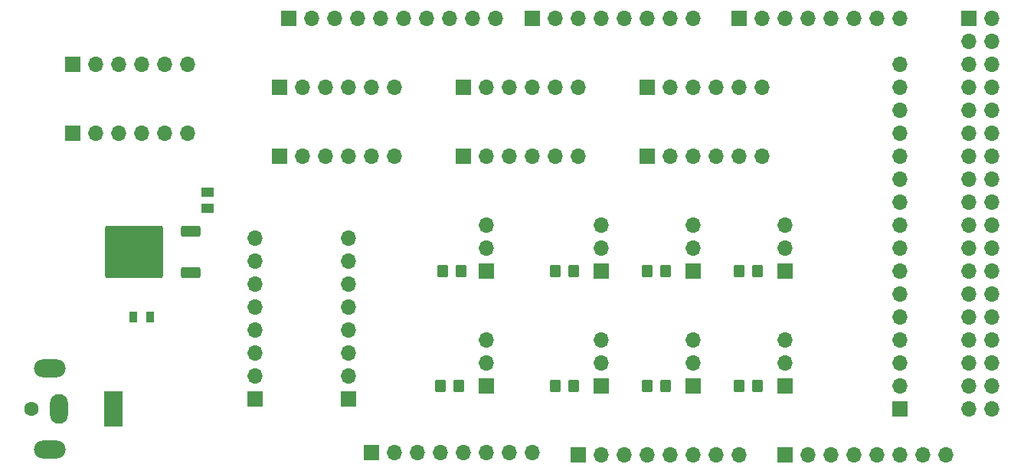
<source format=gbr>
%TF.GenerationSoftware,KiCad,Pcbnew,(7.0.0)*%
%TF.CreationDate,2023-03-13T14:58:07-04:00*%
%TF.ProjectId,warmingTray_v2,7761726d-696e-4675-9472-61795f76322e,rev?*%
%TF.SameCoordinates,Original*%
%TF.FileFunction,Soldermask,Top*%
%TF.FilePolarity,Negative*%
%FSLAX46Y46*%
G04 Gerber Fmt 4.6, Leading zero omitted, Abs format (unit mm)*
G04 Created by KiCad (PCBNEW (7.0.0)) date 2023-03-13 14:58:07*
%MOMM*%
%LPD*%
G01*
G04 APERTURE LIST*
G04 Aperture macros list*
%AMRoundRect*
0 Rectangle with rounded corners*
0 $1 Rounding radius*
0 $2 $3 $4 $5 $6 $7 $8 $9 X,Y pos of 4 corners*
0 Add a 4 corners polygon primitive as box body*
4,1,4,$2,$3,$4,$5,$6,$7,$8,$9,$2,$3,0*
0 Add four circle primitives for the rounded corners*
1,1,$1+$1,$2,$3*
1,1,$1+$1,$4,$5*
1,1,$1+$1,$6,$7*
1,1,$1+$1,$8,$9*
0 Add four rect primitives between the rounded corners*
20,1,$1+$1,$2,$3,$4,$5,0*
20,1,$1+$1,$4,$5,$6,$7,0*
20,1,$1+$1,$6,$7,$8,$9,0*
20,1,$1+$1,$8,$9,$2,$3,0*%
G04 Aperture macros list end*
%ADD10RoundRect,0.250000X0.350000X0.450000X-0.350000X0.450000X-0.350000X-0.450000X0.350000X-0.450000X0*%
%ADD11R,1.700000X1.700000*%
%ADD12O,1.700000X1.700000*%
%ADD13RoundRect,0.250000X0.850000X0.350000X-0.850000X0.350000X-0.850000X-0.350000X0.850000X-0.350000X0*%
%ADD14RoundRect,0.249997X2.950003X2.650003X-2.950003X2.650003X-2.950003X-2.650003X2.950003X-2.650003X0*%
%ADD15R,1.346200X1.066800*%
%ADD16R,0.855600X1.250000*%
%ADD17C,1.600000*%
%ADD18R,2.000000X4.000000*%
%ADD19O,2.000000X3.300000*%
%ADD20O,3.500000X2.000000*%
G04 APERTURE END LIST*
D10*
%TO.C,R5*%
X151876000Y-111760000D03*
X149876000Y-111760000D03*
%TD*%
D11*
%TO.C,PAD5-1*%
X129412999Y-113156999D03*
D12*
X129412999Y-110616999D03*
X129412999Y-108076999D03*
X129412999Y-105536999D03*
X129412999Y-102996999D03*
X129412999Y-100456999D03*
X129412999Y-97916999D03*
X129412999Y-95376999D03*
%TD*%
D11*
%TO.C,P1*%
X142239999Y-119125999D03*
D12*
X144779999Y-119125999D03*
X147319999Y-119125999D03*
X149859999Y-119125999D03*
X152399999Y-119125999D03*
X154939999Y-119125999D03*
X157479999Y-119125999D03*
X160019999Y-119125999D03*
%TD*%
D11*
%TO.C,TR4*%
X187959999Y-99059999D03*
D12*
X187959999Y-96519999D03*
X187959999Y-93979999D03*
%TD*%
D11*
%TO.C,TR6*%
X167639999Y-111759999D03*
D12*
X167639999Y-109219999D03*
X167639999Y-106679999D03*
%TD*%
D13*
%TO.C,5VReg1*%
X122275000Y-99195000D03*
D14*
X115975000Y-96915000D03*
D13*
X122275000Y-94635000D03*
%TD*%
D11*
%TO.C,BO5*%
X109219999Y-83819999D03*
D12*
X111759999Y-83819999D03*
X114299999Y-83819999D03*
X116839999Y-83819999D03*
X119379999Y-83819999D03*
X121919999Y-83819999D03*
%TD*%
D11*
%TO.C,TR5*%
X154939999Y-111759999D03*
D12*
X154939999Y-109219999D03*
X154939999Y-106679999D03*
%TD*%
D11*
%TO.C,BO8*%
X172719999Y-86359999D03*
D12*
X175259999Y-86359999D03*
X177799999Y-86359999D03*
X180339999Y-86359999D03*
X182879999Y-86359999D03*
X185419999Y-86359999D03*
%TD*%
D11*
%TO.C,BO3*%
X152399999Y-78739999D03*
D12*
X154939999Y-78739999D03*
X157479999Y-78739999D03*
X160019999Y-78739999D03*
X162559999Y-78739999D03*
X165099999Y-78739999D03*
%TD*%
D11*
%TO.C,TR1*%
X154939999Y-99059999D03*
D12*
X154939999Y-96519999D03*
X154939999Y-93979999D03*
%TD*%
D11*
%TO.C,BO7*%
X152399999Y-86359999D03*
D12*
X154939999Y-86359999D03*
X157479999Y-86359999D03*
X160019999Y-86359999D03*
X162559999Y-86359999D03*
X165099999Y-86359999D03*
%TD*%
D11*
%TO.C,P4*%
X208279999Y-71119999D03*
D12*
X210819999Y-71119999D03*
X208279999Y-73659999D03*
X210819999Y-73659999D03*
X208279999Y-76199999D03*
X210819999Y-76199999D03*
X208279999Y-78739999D03*
X210819999Y-78739999D03*
X208279999Y-81279999D03*
X210819999Y-81279999D03*
X208279999Y-83819999D03*
X210819999Y-83819999D03*
X208279999Y-86359999D03*
X210819999Y-86359999D03*
X208279999Y-88899999D03*
X210819999Y-88899999D03*
X208279999Y-91439999D03*
X210819999Y-91439999D03*
X208279999Y-93979999D03*
X210819999Y-93979999D03*
X208279999Y-96519999D03*
X210819999Y-96519999D03*
X208279999Y-99059999D03*
X210819999Y-99059999D03*
X208279999Y-101599999D03*
X210819999Y-101599999D03*
X208279999Y-104139999D03*
X210819999Y-104139999D03*
X208279999Y-106679999D03*
X210819999Y-106679999D03*
X208279999Y-109219999D03*
X210819999Y-109219999D03*
X208279999Y-111759999D03*
X210819999Y-111759999D03*
X208279999Y-114299999D03*
X210819999Y-114299999D03*
%TD*%
D10*
%TO.C,R4*%
X184880000Y-99060000D03*
X182880000Y-99060000D03*
%TD*%
%TO.C,R1*%
X152130000Y-99060000D03*
X150130000Y-99060000D03*
%TD*%
D11*
%TO.C,PAD1-1*%
X139699999Y-113156999D03*
D12*
X139699999Y-110616999D03*
X139699999Y-108076999D03*
X139699999Y-105536999D03*
X139699999Y-102996999D03*
X139699999Y-100456999D03*
X139699999Y-97916999D03*
X139699999Y-95376999D03*
%TD*%
D15*
%TO.C,C2*%
X124106399Y-90339099D03*
X124106399Y-92142499D03*
%TD*%
D10*
%TO.C,R3*%
X174720000Y-99060000D03*
X172720000Y-99060000D03*
%TD*%
%TO.C,R2*%
X164560000Y-99060000D03*
X162560000Y-99060000D03*
%TD*%
%TO.C,R7*%
X174720000Y-111760000D03*
X172720000Y-111760000D03*
%TD*%
D11*
%TO.C,BO2*%
X132079999Y-78739999D03*
D12*
X134619999Y-78739999D03*
X137159999Y-78739999D03*
X139699999Y-78739999D03*
X142239999Y-78739999D03*
X144779999Y-78739999D03*
%TD*%
D11*
%TO.C,TR3*%
X177799999Y-99059999D03*
D12*
X177799999Y-96519999D03*
X177799999Y-93979999D03*
%TD*%
D11*
%TO.C,BO1*%
X109219999Y-76199999D03*
D12*
X111759999Y-76199999D03*
X114299999Y-76199999D03*
X116839999Y-76199999D03*
X119379999Y-76199999D03*
X121919999Y-76199999D03*
%TD*%
D10*
%TO.C,R8*%
X184880000Y-111760000D03*
X182880000Y-111760000D03*
%TD*%
D11*
%TO.C,P5*%
X133095999Y-71119999D03*
D12*
X135635999Y-71119999D03*
X138175999Y-71119999D03*
X140715999Y-71119999D03*
X143255999Y-71119999D03*
X145795999Y-71119999D03*
X148335999Y-71119999D03*
X150875999Y-71119999D03*
X153415999Y-71119999D03*
X155955999Y-71119999D03*
%TD*%
D11*
%TO.C,TR7*%
X177799999Y-111759999D03*
D12*
X177799999Y-109219999D03*
X177799999Y-106679999D03*
%TD*%
D11*
%TO.C,P7*%
X182879999Y-71119999D03*
D12*
X185419999Y-71119999D03*
X187959999Y-71119999D03*
X190499999Y-71119999D03*
X193039999Y-71119999D03*
X195579999Y-71119999D03*
X198119999Y-71119999D03*
X200659999Y-71119999D03*
%TD*%
D11*
%TO.C,TR8*%
X187959999Y-111759999D03*
D12*
X187959999Y-109219999D03*
X187959999Y-106679999D03*
%TD*%
D11*
%TO.C,LED1*%
X200659999Y-114299999D03*
D12*
X200659999Y-111759999D03*
X200659999Y-109219999D03*
X200659999Y-106679999D03*
X200659999Y-104139999D03*
X200659999Y-101599999D03*
X200659999Y-99059999D03*
X200659999Y-96519999D03*
X200659999Y-93979999D03*
X200659999Y-91439999D03*
X200659999Y-88899999D03*
X200659999Y-86359999D03*
X200659999Y-83819999D03*
X200659999Y-81279999D03*
X200659999Y-78739999D03*
X200659999Y-76199999D03*
%TD*%
D16*
%TO.C,C1*%
X117767799Y-104139999D03*
X115912199Y-104139999D03*
%TD*%
D11*
%TO.C,BO6*%
X132079999Y-86359999D03*
D12*
X134619999Y-86359999D03*
X137159999Y-86359999D03*
X139699999Y-86359999D03*
X142239999Y-86359999D03*
X144779999Y-86359999D03*
%TD*%
D17*
%TO.C,J1*%
X104680000Y-114300000D03*
D18*
X113679999Y-114299999D03*
D19*
X107679999Y-114299999D03*
D20*
X106679999Y-109799999D03*
X106679999Y-118799999D03*
%TD*%
D10*
%TO.C,R6*%
X164560000Y-111760000D03*
X162560000Y-111760000D03*
%TD*%
D11*
%TO.C,P3*%
X187959999Y-119379999D03*
D12*
X190499999Y-119379999D03*
X193039999Y-119379999D03*
X195579999Y-119379999D03*
X198119999Y-119379999D03*
X200659999Y-119379999D03*
X203199999Y-119379999D03*
X205739999Y-119379999D03*
%TD*%
D11*
%TO.C,TR2*%
X167639999Y-99059999D03*
D12*
X167639999Y-96519999D03*
X167639999Y-93979999D03*
%TD*%
D11*
%TO.C,P6*%
X160019999Y-71119999D03*
D12*
X162559999Y-71119999D03*
X165099999Y-71119999D03*
X167639999Y-71119999D03*
X170179999Y-71119999D03*
X172719999Y-71119999D03*
X175259999Y-71119999D03*
X177799999Y-71119999D03*
%TD*%
D11*
%TO.C,P2*%
X165099999Y-119379999D03*
D12*
X167639999Y-119379999D03*
X170179999Y-119379999D03*
X172719999Y-119379999D03*
X175259999Y-119379999D03*
X177799999Y-119379999D03*
X180339999Y-119379999D03*
X182879999Y-119379999D03*
%TD*%
D11*
%TO.C,BO4*%
X172719999Y-78739999D03*
D12*
X175259999Y-78739999D03*
X177799999Y-78739999D03*
X180339999Y-78739999D03*
X182879999Y-78739999D03*
X185419999Y-78739999D03*
%TD*%
M02*

</source>
